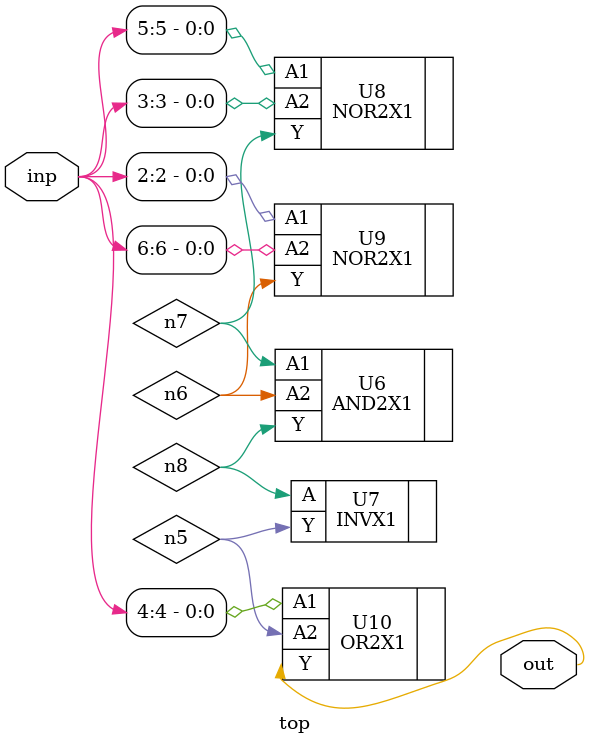
<source format=sv>


module top ( inp, out );
  input [6:0] inp;
  output out;
  wire   n5, n6, n7, n8;

  AND2X1 U6 ( .A1(n7), .A2(n6), .Y(n8) );
  INVX1 U7 ( .A(n8), .Y(n5) );
  NOR2X1 U8 ( .A1(inp[5]), .A2(inp[3]), .Y(n7) );
  NOR2X1 U9 ( .A1(inp[2]), .A2(inp[6]), .Y(n6) );
  OR2X1 U10 ( .A1(inp[4]), .A2(n5), .Y(out) );
endmodule


</source>
